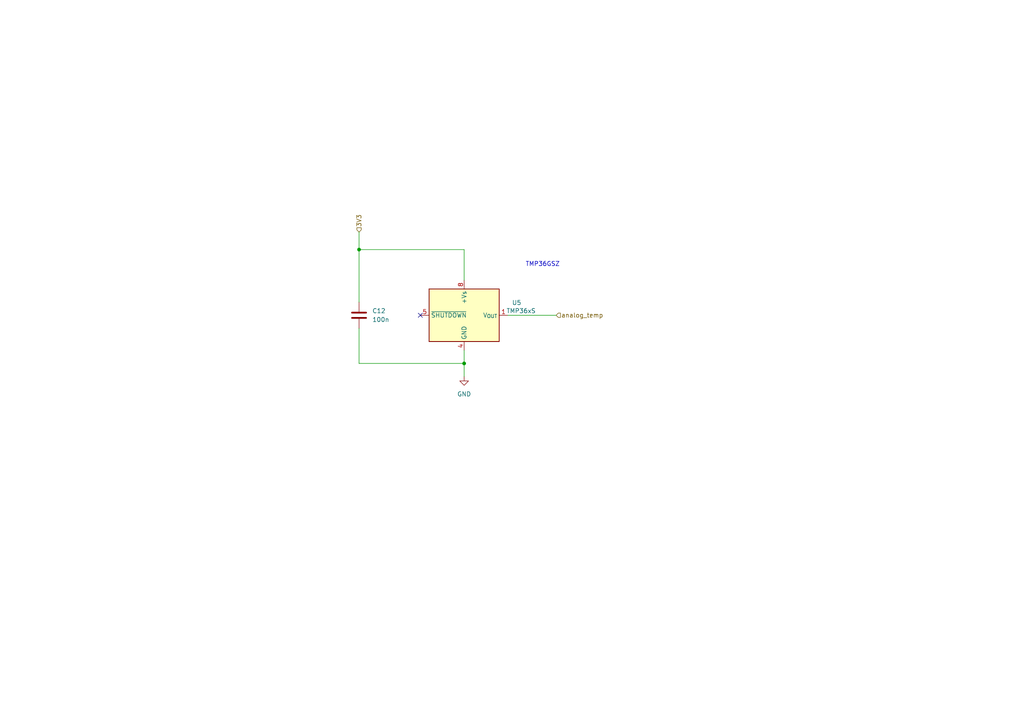
<source format=kicad_sch>
(kicad_sch (version 20231120) (generator "eeschema") (generator_version "8.0")
  (paper "A4")
  (lib_symbols
    (symbol "Device:C" (pin_numbers hide) (pin_names (offset 0.254))
      (property "Reference" "C" (at 0.635 2.54 0))
      (property "Value" "C" (at 0.635 -2.54 0))
      (symbol "C_0_1"
        (polyline (pts (xy -2.032 -0.762) (xy 2.032 -0.762)) (stroke (width 0.508)))
        (polyline (pts (xy -2.032 0.762) (xy 2.032 0.762)) (stroke (width 0.508)))
      )
      (symbol "C_1_1"
        (pin passive line (at 0 3.81 270) (length 2.794) (name "~") (number "1"))
        (pin passive line (at 0 -3.81 90) (length 2.794) (name "~") (number "2"))
      )
    )
    (symbol "Sensor_Temperature:TMP36xS"
      (property "Reference" "U" (at -8.89 8.89 0))
      (property "Value" "TMP36xS" (at 6.35 -8.89 0))
      (symbol "TMP36xS_0_1"
        (rectangle (start -10.16 7.62) (end 10.16 -7.62) (stroke (width 0.254)) (fill (type background)))
      )
      (symbol "TMP36xS_1_1"
        (pin output line (at 12.7 0 180) (length 2.54) (name "V_{OUT}") (number "1"))
        (pin power_in line (at 0 -10.16 90) (length 2.54) (name "GND") (number "4"))
        (pin input line (at -12.7 0 0) (length 2.54) (name "~{SHUTDOWN}") (number "5"))
        (pin power_in line (at 0 10.16 270) (length 2.54) (name "+Vs") (number "8"))
      )
    )
    (symbol "power:GND" (power) (pin_names (offset 0))
      (property "Value" "GND" (at 0 -3.81 0))
      (symbol "GND_0_1"
        (polyline (pts (xy 0 0) (xy 0 -1.27) (xy 1.27 -1.27) (xy 0 -2.54) (xy -1.27 -1.27) (xy 0 -1.27)))
      )
      (symbol "GND_1_1"
        (pin power_in line (at 0 0 270) (length 0) hide (name "GND") (number "1"))
      )
    )
  )
  (junction (at 134.62 105.41))
  (junction (at 104.14 72.39))
  (no_connect (at 121.92 91.44))
  (wire (pts (xy 104.14 105.41) (xy 134.62 105.41)))
  (wire (pts (xy 104.14 95.25) (xy 104.14 105.41)))
  (wire (pts (xy 134.62 81.28) (xy 134.62 72.39)))
  (wire (pts (xy 134.62 101.6) (xy 134.62 105.41)))
  (wire (pts (xy 134.62 105.41) (xy 134.62 109.22)))
  (wire (pts (xy 147.32 91.44) (xy 161.29 91.44)))
  (wire (pts (xy 134.62 72.39) (xy 104.14 72.39)))
  (wire (pts (xy 104.14 67.31) (xy 104.14 72.39)))
  (wire (pts (xy 104.14 72.39) (xy 104.14 87.63)))
  (text "TMP36GSZ" (at 152.4 77.47 0) (effects (font (size 1.27 1.27)) (justify left bottom)))
  (hierarchical_label "analog_temp" (shape input) (at 161.29 91.44 0))
  (hierarchical_label "3V3" (shape input) (at 104.14 67.31 90))
  (symbol (lib_id "Sensor_Temperature:TMP36xS") (at 134.62 91.44 0) (unit 1)
    (property "Reference" "U5" (at 149.86 87.7921 0))
    (property "Value" "TMP36xS" (at 151.13 90.17 0))
    (property "Footprint" "Package_SO:SOIC-8_3.9x4.9mm_P1.27mm" (effects (hide yes)))
    (property "Datasheet" "https://www.analog.com/media/en/technical-documentation/data-sheets/TMP35_36_37.pdf" (effects (hide yes)))
  )
  (symbol (lib_id "power:GND") (at 134.62 109.22 0) (unit 1)
    (property "Reference" "#PWR012" (effects (hide yes)))
    (property "Value" "GND" (at 134.62 114.3 0))
  )
  (symbol (lib_id "Device:C") (at 104.14 91.44 0) (unit 1)
    (property "Reference" "C12" (at 107.95 90.17 0) (effects (justify left)))
    (property "Value" "100n" (at 107.95 92.71 0) (effects (justify left)))
    (property "Footprint" "Capacitor_SMD:C_0603_1608Metric_Pad1.08x0.95mm_HandSolder" (effects (hide yes)))
  )
)
</source>
